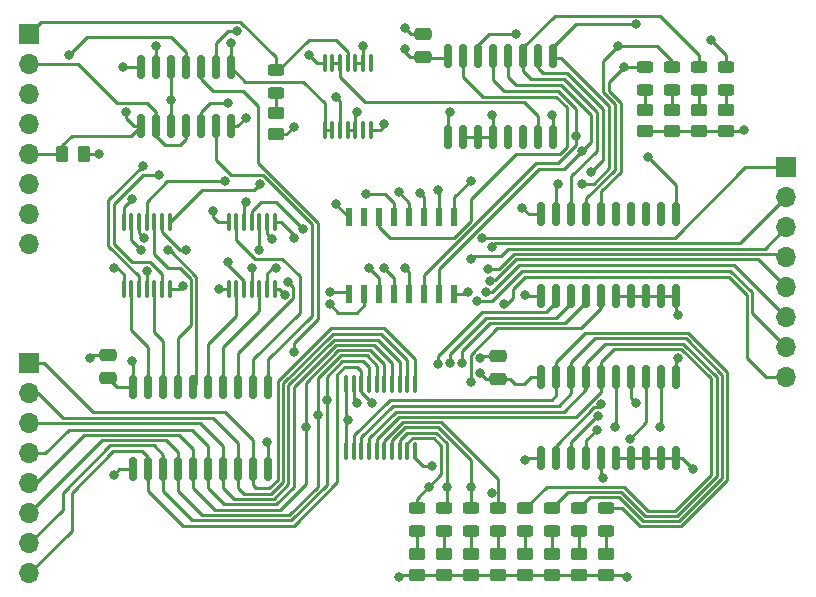
<source format=gbr>
%TF.GenerationSoftware,KiCad,Pcbnew,(6.0.0-0)*%
%TF.CreationDate,2022-10-19T23:32:26-04:00*%
%TF.ProjectId,new-interrupt-handler,6e65772d-696e-4746-9572-727570742d68,rev?*%
%TF.SameCoordinates,Original*%
%TF.FileFunction,Copper,L1,Top*%
%TF.FilePolarity,Positive*%
%FSLAX46Y46*%
G04 Gerber Fmt 4.6, Leading zero omitted, Abs format (unit mm)*
G04 Created by KiCad (PCBNEW (6.0.0-0)) date 2022-10-19 23:32:26*
%MOMM*%
%LPD*%
G01*
G04 APERTURE LIST*
G04 Aperture macros list*
%AMRoundRect*
0 Rectangle with rounded corners*
0 $1 Rounding radius*
0 $2 $3 $4 $5 $6 $7 $8 $9 X,Y pos of 4 corners*
0 Add a 4 corners polygon primitive as box body*
4,1,4,$2,$3,$4,$5,$6,$7,$8,$9,$2,$3,0*
0 Add four circle primitives for the rounded corners*
1,1,$1+$1,$2,$3*
1,1,$1+$1,$4,$5*
1,1,$1+$1,$6,$7*
1,1,$1+$1,$8,$9*
0 Add four rect primitives between the rounded corners*
20,1,$1+$1,$2,$3,$4,$5,0*
20,1,$1+$1,$4,$5,$6,$7,0*
20,1,$1+$1,$6,$7,$8,$9,0*
20,1,$1+$1,$8,$9,$2,$3,0*%
G04 Aperture macros list end*
%TA.AperFunction,SMDPad,CuDef*%
%ADD10RoundRect,0.150000X0.150000X-0.825000X0.150000X0.825000X-0.150000X0.825000X-0.150000X-0.825000X0*%
%TD*%
%TA.AperFunction,SMDPad,CuDef*%
%ADD11RoundRect,0.250000X-0.450000X0.262500X-0.450000X-0.262500X0.450000X-0.262500X0.450000X0.262500X0*%
%TD*%
%TA.AperFunction,SMDPad,CuDef*%
%ADD12RoundRect,0.137500X0.137500X-0.662500X0.137500X0.662500X-0.137500X0.662500X-0.137500X-0.662500X0*%
%TD*%
%TA.AperFunction,SMDPad,CuDef*%
%ADD13RoundRect,0.150000X0.150000X-0.837500X0.150000X0.837500X-0.150000X0.837500X-0.150000X-0.837500X0*%
%TD*%
%TA.AperFunction,SMDPad,CuDef*%
%ADD14RoundRect,0.243750X0.456250X-0.243750X0.456250X0.243750X-0.456250X0.243750X-0.456250X-0.243750X0*%
%TD*%
%TA.AperFunction,SMDPad,CuDef*%
%ADD15RoundRect,0.100000X0.100000X-0.637500X0.100000X0.637500X-0.100000X0.637500X-0.100000X-0.637500X0*%
%TD*%
%TA.AperFunction,SMDPad,CuDef*%
%ADD16RoundRect,0.250000X-0.262500X-0.450000X0.262500X-0.450000X0.262500X0.450000X-0.262500X0.450000X0*%
%TD*%
%TA.AperFunction,SMDPad,CuDef*%
%ADD17RoundRect,0.250000X0.475000X-0.250000X0.475000X0.250000X-0.475000X0.250000X-0.475000X-0.250000X0*%
%TD*%
%TA.AperFunction,ComponentPad*%
%ADD18R,1.700000X1.700000*%
%TD*%
%TA.AperFunction,ComponentPad*%
%ADD19O,1.700000X1.700000*%
%TD*%
%TA.AperFunction,ViaPad*%
%ADD20C,0.800000*%
%TD*%
%TA.AperFunction,Conductor*%
%ADD21C,0.250000*%
%TD*%
G04 APERTURE END LIST*
D10*
%TO.P,U3,1*%
%TO.N,~{EN}*%
X98044000Y-87819000D03*
%TO.P,U3,2*%
%TO.N,~{WRITE}*%
X99314000Y-87819000D03*
%TO.P,U3,3*%
%TO.N,~{EN}*%
X100584000Y-87819000D03*
%TO.P,U3,4*%
%TO.N,~{WRITE}*%
X101854000Y-87819000D03*
%TO.P,U3,5*%
%TO.N,Net-(U2-Pad3)*%
X103124000Y-87819000D03*
%TO.P,U3,6*%
%TO.N,~{WRITE_MASK}*%
X104394000Y-87819000D03*
%TO.P,U3,7,VSS*%
%TO.N,GND*%
X105664000Y-87819000D03*
%TO.P,U3,8*%
%TO.N,REG_SEL*%
X105664000Y-82869000D03*
%TO.P,U3,9*%
%TO.N,~{WRITE_PRIORITY}*%
X104394000Y-82869000D03*
%TO.P,U3,10*%
%TO.N,~{READ_PORT_ADDR}*%
X103124000Y-82869000D03*
%TO.P,U3,11*%
%TO.N,~{READ}*%
X101854000Y-82869000D03*
%TO.P,U3,12*%
%TO.N,~{EN}*%
X100584000Y-82869000D03*
%TO.P,U3,13*%
%TO.N,GND*%
X99314000Y-82869000D03*
%TO.P,U3,14,VDD*%
%TO.N,VCC*%
X98044000Y-82869000D03*
%TD*%
D11*
%TO.P,R2,1*%
%TO.N,Net-(D1-Pad1)*%
X109474000Y-86717500D03*
%TO.P,R2,2*%
%TO.N,GND*%
X109474000Y-88542500D03*
%TD*%
D12*
%TO.P,U9,1,I4*%
%TO.N,/~{EN_IRQ4}*%
X115697000Y-102056000D03*
%TO.P,U9,2,I5*%
%TO.N,/~{EN_IRQ5}*%
X116967000Y-102056000D03*
%TO.P,U9,3,I6*%
%TO.N,/~{EN_IRQ6}*%
X118237000Y-102056000D03*
%TO.P,U9,4,I7*%
%TO.N,/~{EN_IRQ7}*%
X119507000Y-102056000D03*
%TO.P,U9,5,EI*%
%TO.N,GND*%
X120777000Y-102056000D03*
%TO.P,U9,6,S2*%
%TO.N,/AI2*%
X122047000Y-102056000D03*
%TO.P,U9,7,S1*%
%TO.N,/AI1*%
X123317000Y-102056000D03*
%TO.P,U9,8,GND*%
%TO.N,GND*%
X124587000Y-102056000D03*
%TO.P,U9,9,S0*%
%TO.N,/AI0*%
X124587000Y-95556000D03*
%TO.P,U9,10,IO*%
%TO.N,/~{EN_IRQ0}*%
X123317000Y-95556000D03*
%TO.P,U9,11,I1*%
%TO.N,/~{EN_IRQ1}*%
X122047000Y-95556000D03*
%TO.P,U9,12,I2*%
%TO.N,/~{EN_IRQ2}*%
X120777000Y-95556000D03*
%TO.P,U9,13,I3*%
%TO.N,/~{EN_IRQ3}*%
X119507000Y-95556000D03*
%TO.P,U9,14,GS*%
%TO.N,Net-(U10-Pad15)*%
X118237000Y-95556000D03*
%TO.P,U9,15,EO*%
%TO.N,unconnected-(U9-Pad15)*%
X116967000Y-95556000D03*
%TO.P,U9,16,VCC*%
%TO.N,VCC*%
X115697000Y-95556000D03*
%TD*%
D13*
%TO.P,U6,1,OE*%
%TO.N,GND*%
X131953000Y-115984500D03*
%TO.P,U6,2,D0*%
%TO.N,/AI0*%
X133223000Y-115984500D03*
%TO.P,U6,3,D1*%
%TO.N,/AI1*%
X134493000Y-115984500D03*
%TO.P,U6,4,D2*%
%TO.N,/AI2*%
X135763000Y-115984500D03*
%TO.P,U6,5,D3*%
%TO.N,VCC*%
X137033000Y-115984500D03*
%TO.P,U6,6,D4*%
%TO.N,GND*%
X138303000Y-115984500D03*
%TO.P,U6,7,D5*%
X139573000Y-115984500D03*
%TO.P,U6,8,D6*%
X140843000Y-115984500D03*
%TO.P,U6,9,D7*%
X142113000Y-115984500D03*
%TO.P,U6,10,GND*%
X143383000Y-115984500D03*
%TO.P,U6,11,Cp*%
%TO.N,CLOCK*%
X143383000Y-109059500D03*
%TO.P,U6,12,Q7*%
%TO.N,/IP7*%
X142113000Y-109059500D03*
%TO.P,U6,13,Q6*%
%TO.N,/IP6*%
X140843000Y-109059500D03*
%TO.P,U6,14,Q5*%
%TO.N,/IP5*%
X139573000Y-109059500D03*
%TO.P,U6,15,Q4*%
%TO.N,/IP4*%
X138303000Y-109059500D03*
%TO.P,U6,16,Q3*%
%TO.N,/IP3*%
X137033000Y-109059500D03*
%TO.P,U6,17,Q2*%
%TO.N,/IP2*%
X135763000Y-109059500D03*
%TO.P,U6,18,Q1*%
%TO.N,/IP1*%
X134493000Y-109059500D03*
%TO.P,U6,19,Q0*%
%TO.N,/IP0*%
X133223000Y-109059500D03*
%TO.P,U6,20,VCC*%
%TO.N,VCC*%
X131953000Y-109059500D03*
%TD*%
%TO.P,U4,1,OE*%
%TO.N,GND*%
X97417000Y-116872500D03*
%TO.P,U4,2,D0*%
%TO.N,BUS0*%
X98687000Y-116872500D03*
%TO.P,U4,3,D1*%
%TO.N,BUS1*%
X99957000Y-116872500D03*
%TO.P,U4,4,D2*%
%TO.N,BUS2*%
X101227000Y-116872500D03*
%TO.P,U4,5,D3*%
%TO.N,BUS3*%
X102497000Y-116872500D03*
%TO.P,U4,6,D4*%
%TO.N,BUS4*%
X103767000Y-116872500D03*
%TO.P,U4,7,D5*%
%TO.N,BUS5*%
X105037000Y-116872500D03*
%TO.P,U4,8,D6*%
%TO.N,BUS6*%
X106307000Y-116872500D03*
%TO.P,U4,9,D7*%
%TO.N,BUS7*%
X107577000Y-116872500D03*
%TO.P,U4,10,GND*%
%TO.N,GND*%
X108847000Y-116872500D03*
%TO.P,U4,11,Cp*%
%TO.N,~{WRITE_MASK}*%
X108847000Y-109947500D03*
%TO.P,U4,12,Q7*%
%TO.N,/IRQMASK7*%
X107577000Y-109947500D03*
%TO.P,U4,13,Q6*%
%TO.N,/IRQMASK6*%
X106307000Y-109947500D03*
%TO.P,U4,14,Q5*%
%TO.N,/IRQMASK5*%
X105037000Y-109947500D03*
%TO.P,U4,15,Q4*%
%TO.N,/IRQMASK4*%
X103767000Y-109947500D03*
%TO.P,U4,16,Q3*%
%TO.N,/IRQMASK3*%
X102497000Y-109947500D03*
%TO.P,U4,17,Q2*%
%TO.N,/IRQMASK2*%
X101227000Y-109947500D03*
%TO.P,U4,18,Q1*%
%TO.N,/IRQMASK1*%
X99957000Y-109947500D03*
%TO.P,U4,19,Q0*%
%TO.N,/IRQMASK0*%
X98687000Y-109947500D03*
%TO.P,U4,20,VCC*%
%TO.N,VCC*%
X97417000Y-109947500D03*
%TD*%
D14*
%TO.P,D7,1,K*%
%TO.N,Net-(D7-Pad1)*%
X123698000Y-122095500D03*
%TO.P,D7,2,A*%
%TO.N,/IP6*%
X123698000Y-120220500D03*
%TD*%
%TO.P,D1,1,K*%
%TO.N,Net-(D1-Pad1)*%
X109474000Y-85011500D03*
%TO.P,D1,2,A*%
%TO.N,~{IREQ}*%
X109474000Y-83136500D03*
%TD*%
D11*
%TO.P,R4,1*%
%TO.N,Net-(D3-Pad1)*%
X145288000Y-86463500D03*
%TO.P,R4,2*%
%TO.N,GND*%
X145288000Y-88288500D03*
%TD*%
D15*
%TO.P,U8,1*%
%TO.N,~{IRQ4}*%
X105492000Y-101668500D03*
%TO.P,U8,2*%
%TO.N,/IRQMASK4*%
X106142000Y-101668500D03*
%TO.P,U8,3*%
%TO.N,/~{EN_IRQ4}*%
X106792000Y-101668500D03*
%TO.P,U8,4*%
%TO.N,~{IRQ5}*%
X107442000Y-101668500D03*
%TO.P,U8,5*%
%TO.N,/IRQMASK5*%
X108092000Y-101668500D03*
%TO.P,U8,6*%
%TO.N,/~{EN_IRQ5}*%
X108742000Y-101668500D03*
%TO.P,U8,7,GND*%
%TO.N,GND*%
X109392000Y-101668500D03*
%TO.P,U8,8*%
%TO.N,/~{EN_IRQ6}*%
X109392000Y-95943500D03*
%TO.P,U8,9*%
%TO.N,~{IRQ6}*%
X108742000Y-95943500D03*
%TO.P,U8,10*%
%TO.N,/IRQMASK6*%
X108092000Y-95943500D03*
%TO.P,U8,11*%
%TO.N,/~{EN_IRQ7}*%
X107442000Y-95943500D03*
%TO.P,U8,12*%
%TO.N,~{IRQ7}*%
X106792000Y-95943500D03*
%TO.P,U8,13*%
%TO.N,/IRQMASK7*%
X106142000Y-95943500D03*
%TO.P,U8,14,VCC*%
%TO.N,VCC*%
X105492000Y-95943500D03*
%TD*%
D14*
%TO.P,D11,1,K*%
%TO.N,Net-(D11-Pad1)*%
X132842000Y-122095500D03*
%TO.P,D11,2,A*%
%TO.N,/IP2*%
X132842000Y-120220500D03*
%TD*%
%TO.P,D13,1,K*%
%TO.N,Net-(D13-Pad1)*%
X137414000Y-122095500D03*
%TO.P,D13,2,A*%
%TO.N,/IP0*%
X137414000Y-120220500D03*
%TD*%
D16*
%TO.P,R1,1*%
%TO.N,~{EN}*%
X91393000Y-90170000D03*
%TO.P,R1,2*%
%TO.N,VCC*%
X93218000Y-90170000D03*
%TD*%
D11*
%TO.P,R13,1*%
%TO.N,Net-(D12-Pad1)*%
X135128000Y-124055500D03*
%TO.P,R13,2*%
%TO.N,GND*%
X135128000Y-125880500D03*
%TD*%
D17*
%TO.P,C2,1*%
%TO.N,VCC*%
X128270000Y-109220000D03*
%TO.P,C2,2*%
%TO.N,GND*%
X128270000Y-107320000D03*
%TD*%
D11*
%TO.P,R3,1*%
%TO.N,Net-(D2-Pad1)*%
X147574000Y-86463500D03*
%TO.P,R3,2*%
%TO.N,GND*%
X147574000Y-88288500D03*
%TD*%
D14*
%TO.P,D6,1,K*%
%TO.N,Net-(D6-Pad1)*%
X121412000Y-122095500D03*
%TO.P,D6,2,A*%
%TO.N,/IP7*%
X121412000Y-120220500D03*
%TD*%
%TO.P,D10,1,K*%
%TO.N,Net-(D10-Pad1)*%
X130556000Y-122095500D03*
%TO.P,D10,2,A*%
%TO.N,/IP3*%
X130556000Y-120220500D03*
%TD*%
%TO.P,D3,1,K*%
%TO.N,Net-(D3-Pad1)*%
X145288000Y-84757500D03*
%TO.P,D3,2,A*%
%TO.N,/P1*%
X145288000Y-82882500D03*
%TD*%
D15*
%TO.P,U7,1,A->B*%
%TO.N,VCC*%
X115439000Y-115384500D03*
%TO.P,U7,2,A0*%
%TO.N,/IP0*%
X116089000Y-115384500D03*
%TO.P,U7,3,A1*%
%TO.N,/IP1*%
X116739000Y-115384500D03*
%TO.P,U7,4,A2*%
%TO.N,/IP2*%
X117389000Y-115384500D03*
%TO.P,U7,5,A3*%
%TO.N,/IP3*%
X118039000Y-115384500D03*
%TO.P,U7,6,A4*%
%TO.N,/IP4*%
X118689000Y-115384500D03*
%TO.P,U7,7,A5*%
%TO.N,/IP5*%
X119339000Y-115384500D03*
%TO.P,U7,8,A6*%
%TO.N,/IP6*%
X119989000Y-115384500D03*
%TO.P,U7,9,A7*%
%TO.N,/IP7*%
X120639000Y-115384500D03*
%TO.P,U7,10,GND*%
%TO.N,GND*%
X121289000Y-115384500D03*
%TO.P,U7,11,B7*%
%TO.N,BUS7*%
X121289000Y-109659500D03*
%TO.P,U7,12,B6*%
%TO.N,BUS6*%
X120639000Y-109659500D03*
%TO.P,U7,13,B5*%
%TO.N,BUS5*%
X119989000Y-109659500D03*
%TO.P,U7,14,B4*%
%TO.N,BUS4*%
X119339000Y-109659500D03*
%TO.P,U7,15,B3*%
%TO.N,BUS3*%
X118689000Y-109659500D03*
%TO.P,U7,16,B2*%
%TO.N,BUS2*%
X118039000Y-109659500D03*
%TO.P,U7,17,B1*%
%TO.N,BUS1*%
X117389000Y-109659500D03*
%TO.P,U7,18,B0*%
%TO.N,BUS0*%
X116739000Y-109659500D03*
%TO.P,U7,19,CE*%
%TO.N,~{READ_PORT_ADDR}*%
X116089000Y-109659500D03*
%TO.P,U7,20,VCC*%
%TO.N,VCC*%
X115439000Y-109659500D03*
%TD*%
D11*
%TO.P,R11,1*%
%TO.N,Net-(D10-Pad1)*%
X130556000Y-124055500D03*
%TO.P,R11,2*%
%TO.N,GND*%
X130556000Y-125880500D03*
%TD*%
%TO.P,R8,1*%
%TO.N,Net-(D7-Pad1)*%
X123698000Y-124055500D03*
%TO.P,R8,2*%
%TO.N,GND*%
X123698000Y-125880500D03*
%TD*%
%TO.P,R10,1*%
%TO.N,Net-(D9-Pad1)*%
X128270000Y-124055500D03*
%TO.P,R10,2*%
%TO.N,GND*%
X128270000Y-125880500D03*
%TD*%
%TO.P,R7,1*%
%TO.N,Net-(D6-Pad1)*%
X121412000Y-124055500D03*
%TO.P,R7,2*%
%TO.N,GND*%
X121412000Y-125880500D03*
%TD*%
D14*
%TO.P,D5,1,K*%
%TO.N,Net-(D5-Pad1)*%
X140716000Y-84757500D03*
%TO.P,D5,2,A*%
%TO.N,/P3*%
X140716000Y-82882500D03*
%TD*%
D17*
%TO.P,C3,1*%
%TO.N,VCC*%
X121920000Y-81976000D03*
%TO.P,C3,2*%
%TO.N,GND*%
X121920000Y-80076000D03*
%TD*%
D13*
%TO.P,U1,1,OE*%
%TO.N,GND*%
X131965000Y-102258500D03*
%TO.P,U1,2,D0*%
%TO.N,BUS0*%
X133235000Y-102258500D03*
%TO.P,U1,3,D1*%
%TO.N,BUS1*%
X134505000Y-102258500D03*
%TO.P,U1,4,D2*%
%TO.N,BUS2*%
X135775000Y-102258500D03*
%TO.P,U1,5,D3*%
%TO.N,BUS3*%
X137045000Y-102258500D03*
%TO.P,U1,6,D4*%
%TO.N,GND*%
X138315000Y-102258500D03*
%TO.P,U1,7,D5*%
X139585000Y-102258500D03*
%TO.P,U1,8,D6*%
X140855000Y-102258500D03*
%TO.P,U1,9,D7*%
X142125000Y-102258500D03*
%TO.P,U1,10,GND*%
X143395000Y-102258500D03*
%TO.P,U1,11,Cp*%
%TO.N,~{WRITE_PRIORITY}*%
X143395000Y-95333500D03*
%TO.P,U1,12,Q7*%
%TO.N,unconnected-(U1-Pad12)*%
X142125000Y-95333500D03*
%TO.P,U1,13,Q6*%
%TO.N,unconnected-(U1-Pad13)*%
X140855000Y-95333500D03*
%TO.P,U1,14,Q5*%
%TO.N,unconnected-(U1-Pad14)*%
X139585000Y-95333500D03*
%TO.P,U1,15,Q4*%
%TO.N,unconnected-(U1-Pad15)*%
X138315000Y-95333500D03*
%TO.P,U1,16,Q3*%
%TO.N,/P3*%
X137045000Y-95333500D03*
%TO.P,U1,17,Q2*%
%TO.N,/P2*%
X135775000Y-95333500D03*
%TO.P,U1,18,Q1*%
%TO.N,/P1*%
X134505000Y-95333500D03*
%TO.P,U1,19,Q0*%
%TO.N,/P0*%
X133235000Y-95333500D03*
%TO.P,U1,20,VCC*%
%TO.N,VCC*%
X131965000Y-95333500D03*
%TD*%
D17*
%TO.P,C1,1*%
%TO.N,VCC*%
X95250000Y-109154000D03*
%TO.P,C1,2*%
%TO.N,GND*%
X95250000Y-107254000D03*
%TD*%
D14*
%TO.P,D12,1,K*%
%TO.N,Net-(D12-Pad1)*%
X135128000Y-122095500D03*
%TO.P,D12,2,A*%
%TO.N,/IP1*%
X135128000Y-120220500D03*
%TD*%
%TO.P,D4,1,K*%
%TO.N,Net-(D4-Pad1)*%
X143002000Y-84757500D03*
%TO.P,D4,2,A*%
%TO.N,/P2*%
X143002000Y-82882500D03*
%TD*%
D15*
%TO.P,U5,1*%
%TO.N,~{IRQ0}*%
X96602000Y-101668500D03*
%TO.P,U5,2*%
%TO.N,/IRQMASK0*%
X97252000Y-101668500D03*
%TO.P,U5,3*%
%TO.N,/~{EN_IRQ0}*%
X97902000Y-101668500D03*
%TO.P,U5,4*%
%TO.N,~{IRQ1}*%
X98552000Y-101668500D03*
%TO.P,U5,5*%
%TO.N,/IRQMASK1*%
X99202000Y-101668500D03*
%TO.P,U5,6*%
%TO.N,/~{EN_IRQ1}*%
X99852000Y-101668500D03*
%TO.P,U5,7,GND*%
%TO.N,GND*%
X100502000Y-101668500D03*
%TO.P,U5,8*%
%TO.N,/~{EN_IRQ2}*%
X100502000Y-95943500D03*
%TO.P,U5,9*%
%TO.N,~{IRQ2}*%
X99852000Y-95943500D03*
%TO.P,U5,10*%
%TO.N,/IRQMASK2*%
X99202000Y-95943500D03*
%TO.P,U5,11*%
%TO.N,/~{EN_IRQ3}*%
X98552000Y-95943500D03*
%TO.P,U5,12*%
%TO.N,~{IRQ3}*%
X97902000Y-95943500D03*
%TO.P,U5,13*%
%TO.N,/IRQMASK3*%
X97252000Y-95943500D03*
%TO.P,U5,14,VCC*%
%TO.N,VCC*%
X96602000Y-95943500D03*
%TD*%
D11*
%TO.P,R6,1*%
%TO.N,Net-(D5-Pad1)*%
X140716000Y-86463500D03*
%TO.P,R6,2*%
%TO.N,GND*%
X140716000Y-88288500D03*
%TD*%
D14*
%TO.P,D8,1,K*%
%TO.N,Net-(D8-Pad1)*%
X125984000Y-122095500D03*
%TO.P,D8,2,A*%
%TO.N,/IP5*%
X125984000Y-120220500D03*
%TD*%
D11*
%TO.P,R12,1*%
%TO.N,Net-(D11-Pad1)*%
X132842000Y-124055500D03*
%TO.P,R12,2*%
%TO.N,GND*%
X132842000Y-125880500D03*
%TD*%
%TO.P,R5,1*%
%TO.N,Net-(D4-Pad1)*%
X143002000Y-86463500D03*
%TO.P,R5,2*%
%TO.N,GND*%
X143002000Y-88288500D03*
%TD*%
D15*
%TO.P,U2,1*%
%TO.N,REG_SEL*%
X113620000Y-88206500D03*
%TO.P,U2,2*%
X114270000Y-88206500D03*
%TO.P,U2,3*%
%TO.N,Net-(U2-Pad3)*%
X114920000Y-88206500D03*
%TO.P,U2,4*%
%TO.N,GND*%
X115570000Y-88206500D03*
%TO.P,U2,5*%
X116220000Y-88206500D03*
%TO.P,U2,6*%
%TO.N,unconnected-(U2-Pad6)*%
X116870000Y-88206500D03*
%TO.P,U2,7,GND*%
%TO.N,GND*%
X117520000Y-88206500D03*
%TO.P,U2,8*%
%TO.N,unconnected-(U2-Pad8)*%
X117520000Y-82481500D03*
%TO.P,U2,9*%
%TO.N,GND*%
X116870000Y-82481500D03*
%TO.P,U2,10*%
X116220000Y-82481500D03*
%TO.P,U2,11*%
%TO.N,~{IREQ}*%
X115570000Y-82481500D03*
%TO.P,U2,12*%
%TO.N,Net-(U10-Pad7)*%
X114920000Y-82481500D03*
%TO.P,U2,13*%
X114270000Y-82481500D03*
%TO.P,U2,14,VCC*%
%TO.N,VCC*%
X113620000Y-82481500D03*
%TD*%
D11*
%TO.P,R14,1*%
%TO.N,Net-(D13-Pad1)*%
X137414000Y-124055500D03*
%TO.P,R14,2*%
%TO.N,GND*%
X137414000Y-125880500D03*
%TD*%
D14*
%TO.P,D2,1,K*%
%TO.N,Net-(D2-Pad1)*%
X147574000Y-84757500D03*
%TO.P,D2,2,A*%
%TO.N,/P0*%
X147574000Y-82882500D03*
%TD*%
%TO.P,D9,1,K*%
%TO.N,Net-(D9-Pad1)*%
X128270000Y-122095500D03*
%TO.P,D9,2,A*%
%TO.N,/IP4*%
X128270000Y-120220500D03*
%TD*%
D13*
%TO.P,U10,1,B3*%
%TO.N,/P3*%
X124079000Y-88806500D03*
%TO.P,U10,2,Ia<b*%
%TO.N,GND*%
X125349000Y-88806500D03*
%TO.P,U10,3,Ia=b*%
X126619000Y-88806500D03*
%TO.P,U10,4,Ia>b*%
X127889000Y-88806500D03*
%TO.P,U10,5,Oa>b*%
%TO.N,unconnected-(U10-Pad5)*%
X129159000Y-88806500D03*
%TO.P,U10,6,Oa=b*%
%TO.N,unconnected-(U10-Pad6)*%
X130429000Y-88806500D03*
%TO.P,U10,7,Oa<b*%
%TO.N,Net-(U10-Pad7)*%
X131699000Y-88806500D03*
%TO.P,U10,8,GND*%
%TO.N,GND*%
X132969000Y-88806500D03*
%TO.P,U10,9,B0*%
%TO.N,/P0*%
X132969000Y-81881500D03*
%TO.P,U10,10,A0*%
%TO.N,/AI0*%
X131699000Y-81881500D03*
%TO.P,U10,11,B1*%
%TO.N,/P1*%
X130429000Y-81881500D03*
%TO.P,U10,12,A1*%
%TO.N,/AI1*%
X129159000Y-81881500D03*
%TO.P,U10,13,A2*%
%TO.N,/AI2*%
X127889000Y-81881500D03*
%TO.P,U10,14,B2*%
%TO.N,/P2*%
X126619000Y-81881500D03*
%TO.P,U10,15,A3*%
%TO.N,Net-(U10-Pad15)*%
X125349000Y-81881500D03*
%TO.P,U10,16,VCC*%
%TO.N,VCC*%
X124079000Y-81881500D03*
%TD*%
D11*
%TO.P,R9,1*%
%TO.N,Net-(D8-Pad1)*%
X125984000Y-124055500D03*
%TO.P,R9,2*%
%TO.N,GND*%
X125984000Y-125880500D03*
%TD*%
D18*
%TO.P,J3,1,Pin_1*%
%TO.N,~{IRQ7}*%
X152714000Y-91325000D03*
D19*
%TO.P,J3,2,Pin_2*%
%TO.N,~{IRQ6}*%
X152714000Y-93865000D03*
%TO.P,J3,3,Pin_3*%
%TO.N,~{IRQ5}*%
X152714000Y-96405000D03*
%TO.P,J3,4,Pin_4*%
%TO.N,~{IRQ4}*%
X152714000Y-98945000D03*
%TO.P,J3,5,Pin_5*%
%TO.N,~{IRQ3}*%
X152714000Y-101485000D03*
%TO.P,J3,6,Pin_6*%
%TO.N,~{IRQ2}*%
X152714000Y-104025000D03*
%TO.P,J3,7,Pin_7*%
%TO.N,~{IRQ1}*%
X152714000Y-106565000D03*
%TO.P,J3,8,Pin_8*%
%TO.N,~{IRQ0}*%
X152714000Y-109105000D03*
%TD*%
D18*
%TO.P,J1,1,Pin_1*%
%TO.N,~{IREQ}*%
X88636000Y-80010000D03*
D19*
%TO.P,J1,2,Pin_2*%
%TO.N,~{WRITE}*%
X88636000Y-82550000D03*
%TO.P,J1,3,Pin_3*%
%TO.N,~{READ}*%
X88636000Y-85090000D03*
%TO.P,J1,4,Pin_4*%
%TO.N,REG_SEL*%
X88636000Y-87630000D03*
%TO.P,J1,5,Pin_5*%
%TO.N,~{EN}*%
X88636000Y-90170000D03*
%TO.P,J1,6,Pin_6*%
%TO.N,CLOCK*%
X88636000Y-92710000D03*
%TO.P,J1,7,Pin_7*%
%TO.N,GND*%
X88636000Y-95250000D03*
%TO.P,J1,8,Pin_8*%
%TO.N,VCC*%
X88636000Y-97790000D03*
%TD*%
D18*
%TO.P,J2,1,Pin_1*%
%TO.N,BUS7*%
X88636000Y-107885000D03*
D19*
%TO.P,J2,2,Pin_2*%
%TO.N,BUS6*%
X88636000Y-110425000D03*
%TO.P,J2,3,Pin_3*%
%TO.N,BUS5*%
X88636000Y-112965000D03*
%TO.P,J2,4,Pin_4*%
%TO.N,BUS4*%
X88636000Y-115505000D03*
%TO.P,J2,5,Pin_5*%
%TO.N,BUS3*%
X88636000Y-118045000D03*
%TO.P,J2,6,Pin_6*%
%TO.N,BUS2*%
X88636000Y-120585000D03*
%TO.P,J2,7,Pin_7*%
%TO.N,BUS1*%
X88636000Y-123125000D03*
%TO.P,J2,8,Pin_8*%
%TO.N,BUS0*%
X88636000Y-125665000D03*
%TD*%
D20*
%TO.N,~{READ}*%
X91948000Y-81788000D03*
%TO.N,CLOCK*%
X143510000Y-107442000D03*
%TO.N,GND*%
X143528020Y-103802955D03*
X125730000Y-101854000D03*
X116840000Y-81026000D03*
X99314000Y-81026000D03*
X108712000Y-114554000D03*
X119888000Y-125984000D03*
X93726000Y-107442000D03*
X130556000Y-116078000D03*
X110998000Y-87884000D03*
X127762000Y-86868000D03*
X126750299Y-107446299D03*
X122682000Y-116586000D03*
X130556000Y-102108000D03*
X95758000Y-117348000D03*
X118618000Y-87630000D03*
X110236000Y-102108000D03*
X120396000Y-99822000D03*
X120396000Y-79502000D03*
X144780000Y-116840000D03*
X101597851Y-101348149D03*
X139192000Y-125984000D03*
X149098000Y-88138000D03*
X106934000Y-87122000D03*
X116332000Y-86614000D03*
X132842000Y-86868000D03*
%TO.N,VCC*%
X97282000Y-93980000D03*
X104140000Y-94996000D03*
X137164299Y-117606299D03*
X120396000Y-81280000D03*
X126746000Y-108712000D03*
X115570000Y-112738500D03*
X97282000Y-107696000D03*
X130302000Y-94742000D03*
X114558299Y-94483701D03*
X94488000Y-90170000D03*
X96520000Y-82804000D03*
X112268000Y-81788000D03*
%TO.N,/~{EN_IRQ0}*%
X123190000Y-93218000D03*
X98217577Y-91227068D03*
%TO.N,/~{EN_IRQ1}*%
X121666000Y-93472000D03*
X99568000Y-91948000D03*
%TO.N,/~{EN_IRQ2}*%
X119888000Y-93434500D03*
X108114358Y-92756660D03*
%TO.N,/~{EN_IRQ3}*%
X105156000Y-92493500D03*
X117094000Y-93630011D03*
%TO.N,/IRQMASK3*%
X98044000Y-98298000D03*
X100367524Y-98344123D03*
%TO.N,BUS2*%
X113030000Y-112268000D03*
X125259500Y-107869667D03*
%TO.N,BUS1*%
X124260145Y-107886800D03*
X113792000Y-110998000D03*
%TO.N,BUS0*%
X123265720Y-107987413D03*
X117602000Y-111252000D03*
%TO.N,BUS3*%
X125984000Y-109474000D03*
X112014000Y-113284000D03*
%TO.N,~{IRQ7}*%
X106934002Y-94234000D03*
X126930364Y-97319500D03*
%TO.N,~{IRQ6}*%
X109157245Y-97404046D03*
X127762000Y-98044000D03*
%TO.N,~{IRQ5}*%
X125984000Y-99060000D03*
X107442001Y-99822001D03*
%TO.N,~{IRQ4}*%
X104648000Y-101600000D03*
X127490766Y-99934758D03*
%TO.N,~{IRQ3}*%
X98298000Y-97282000D03*
X127623694Y-100925382D03*
%TO.N,~{IRQ2}*%
X101854000Y-98298000D03*
X127254000Y-101854000D03*
%TO.N,~{IRQ1}*%
X126492000Y-102616000D03*
X98552000Y-100076000D03*
%TO.N,~{IRQ0}*%
X95758000Y-99822000D03*
X128778000Y-102870000D03*
%TO.N,/IRQMASK6*%
X110500588Y-101017000D03*
X108077000Y-98372999D03*
%TO.N,/~{EN_IRQ4}*%
X114046000Y-101854000D03*
X105410000Y-99314000D03*
%TO.N,/~{EN_IRQ5}*%
X109474000Y-99822000D03*
X114046000Y-102887457D03*
%TO.N,/~{EN_IRQ6}*%
X110998000Y-97282000D03*
X117348000Y-99822000D03*
%TO.N,/~{EN_IRQ7}*%
X111760000Y-96520000D03*
X118618000Y-99822000D03*
%TO.N,/AI2*%
X134874000Y-88646000D03*
X136652000Y-113538000D03*
%TO.N,/AI1*%
X136774700Y-112390700D03*
X135419429Y-89948725D03*
%TO.N,Net-(U2-Pad3)*%
X114554000Y-85344000D03*
X105410000Y-85852000D03*
%TO.N,/P3*%
X138938000Y-82804000D03*
X124206000Y-86614000D03*
%TO.N,/P2*%
X129794000Y-80010000D03*
X138430000Y-81026000D03*
%TO.N,/P0*%
X133350000Y-92710000D03*
X146304000Y-80518000D03*
X135382000Y-92710000D03*
X139958299Y-79243701D03*
%TO.N,/IP7*%
X141986000Y-113284000D03*
X122428000Y-118364000D03*
%TO.N,/IP6*%
X139446000Y-114300000D03*
X123946637Y-118369363D03*
%TO.N,/IP5*%
X139958299Y-111256299D03*
X125984000Y-118364000D03*
%TO.N,/IP4*%
X138176000Y-113284000D03*
X127757701Y-118876299D03*
%TO.N,/AI0*%
X136144000Y-91694000D03*
X125984000Y-92456000D03*
X137037299Y-111383299D03*
%TO.N,REG_SEL*%
X105664000Y-80772000D03*
%TO.N,~{EN}*%
X100584000Y-85598000D03*
X96774000Y-86614000D03*
%TO.N,~{READ_PORT_ADDR}*%
X116332000Y-111252000D03*
X110998000Y-106934000D03*
%TO.N,~{WRITE_PRIORITY}*%
X140970000Y-90424000D03*
X106172000Y-79756000D03*
%TD*%
D21*
%TO.N,~{IREQ}*%
X109474000Y-82033400D02*
X109474000Y-83136500D01*
X115570000Y-81534000D02*
X114554000Y-80518000D01*
X89614501Y-79031499D02*
X106472099Y-79031499D01*
X114554000Y-80518000D02*
X112268000Y-80518000D01*
X88636000Y-80010000D02*
X89614501Y-79031499D01*
X112268000Y-80518000D02*
X109649500Y-83136500D01*
X115570000Y-82481500D02*
X115570000Y-81534000D01*
X109649500Y-83136500D02*
X109474000Y-83136500D01*
X106472099Y-79031499D02*
X109474000Y-82033400D01*
%TO.N,~{READ}*%
X101854000Y-82869000D02*
X101854000Y-81534000D01*
X100584000Y-80264000D02*
X100076000Y-80264000D01*
X100076000Y-80264000D02*
X93472000Y-80264000D01*
X93472000Y-80264000D02*
X92202000Y-81534000D01*
X101600000Y-81280000D02*
X100584000Y-80264000D01*
X101854000Y-81534000D02*
X101600000Y-81280000D01*
X92202000Y-81534000D02*
X91948000Y-81788000D01*
%TO.N,~{WRITE}*%
X92710000Y-82550000D02*
X96012000Y-85852000D01*
X101854000Y-88900000D02*
X101854000Y-87819000D01*
X96012000Y-85852000D02*
X98552000Y-85852000D01*
X88636000Y-82550000D02*
X92710000Y-82550000D01*
X101346000Y-89408000D02*
X101854000Y-88900000D01*
X100076000Y-89408000D02*
X101346000Y-89408000D01*
X99314000Y-87819000D02*
X99314000Y-88646000D01*
X98552000Y-85852000D02*
X99314000Y-86614000D01*
X99314000Y-86614000D02*
X99314000Y-87819000D01*
X99314000Y-88646000D02*
X100076000Y-89408000D01*
%TO.N,CLOCK*%
X143383000Y-109059500D02*
X143383000Y-107569000D01*
X143383000Y-107569000D02*
X143510000Y-107442000D01*
%TO.N,GND*%
X143924500Y-115984500D02*
X144780000Y-116840000D01*
X131965000Y-102258500D02*
X130706500Y-102258500D01*
X130649500Y-115984500D02*
X130556000Y-116078000D01*
X131953000Y-115984500D02*
X130649500Y-115984500D01*
X109392000Y-101668500D02*
X109796500Y-101668500D01*
X110339500Y-88542500D02*
X110998000Y-87884000D01*
X137414000Y-125880500D02*
X139088500Y-125880500D01*
X116220000Y-88206500D02*
X115570000Y-88206500D01*
X116220000Y-88206500D02*
X116220000Y-86726000D01*
X127889000Y-86995000D02*
X127762000Y-86868000D01*
X126876598Y-107320000D02*
X126750299Y-107446299D01*
X148947500Y-88288500D02*
X149098000Y-88138000D01*
X109474000Y-88542500D02*
X110339500Y-88542500D01*
X96233500Y-116872500D02*
X95758000Y-117348000D01*
X121412000Y-125880500D02*
X137414000Y-125880500D01*
X138315000Y-102258500D02*
X143395000Y-102258500D01*
X124587000Y-102056000D02*
X125528000Y-102056000D01*
X97417000Y-116872500D02*
X96233500Y-116872500D01*
X132969000Y-86995000D02*
X132842000Y-86868000D01*
X95250000Y-107254000D02*
X93914000Y-107254000D01*
X100502000Y-101668500D02*
X101277500Y-101668500D01*
X140716000Y-88288500D02*
X147574000Y-88288500D01*
X139088500Y-125880500D02*
X139192000Y-125984000D01*
X125528000Y-102056000D02*
X125730000Y-101854000D01*
X143395000Y-102258500D02*
X143395000Y-103669935D01*
X120970000Y-80076000D02*
X120396000Y-79502000D01*
X127889000Y-88594000D02*
X127889000Y-86995000D01*
X120777000Y-100203000D02*
X120396000Y-99822000D01*
X130706500Y-102258500D02*
X130556000Y-102108000D01*
X116220000Y-86726000D02*
X116332000Y-86614000D01*
X121920000Y-116586000D02*
X122682000Y-116586000D01*
X101277500Y-101668500D02*
X101597851Y-101348149D01*
X147574000Y-88288500D02*
X148947500Y-88288500D01*
X121412000Y-125880500D02*
X119991500Y-125880500D01*
X117520000Y-88206500D02*
X118295500Y-88206500D01*
X121289000Y-115955000D02*
X121920000Y-116586000D01*
X105664000Y-87819000D02*
X106237000Y-87819000D01*
X106237000Y-87819000D02*
X106934000Y-87122000D01*
X143395000Y-103669935D02*
X143528020Y-103802955D01*
X125349000Y-88806500D02*
X127889000Y-88806500D01*
X93914000Y-107254000D02*
X93726000Y-107442000D01*
X99314000Y-82869000D02*
X99314000Y-81026000D01*
X116870000Y-82481500D02*
X116870000Y-81056000D01*
X132969000Y-88594000D02*
X132969000Y-86995000D01*
X116870000Y-81056000D02*
X116840000Y-81026000D01*
X121920000Y-80076000D02*
X120970000Y-80076000D01*
X109796500Y-101668500D02*
X110236000Y-102108000D01*
X116220000Y-82481500D02*
X116870000Y-82481500D01*
X120777000Y-102056000D02*
X120777000Y-100203000D01*
X118618000Y-87884000D02*
X118618000Y-87630000D01*
X143383000Y-115984500D02*
X143924500Y-115984500D01*
X108847000Y-116872500D02*
X108847000Y-114689000D01*
X138303000Y-115984500D02*
X143383000Y-115984500D01*
X119991500Y-125880500D02*
X119888000Y-125984000D01*
X118295500Y-88206500D02*
X118618000Y-87884000D01*
X108847000Y-114689000D02*
X108712000Y-114554000D01*
X128270000Y-107320000D02*
X126876598Y-107320000D01*
X121289000Y-115384500D02*
X121289000Y-115955000D01*
%TO.N,VCC*%
X131965000Y-95333500D02*
X130893500Y-95333500D01*
X121920000Y-81976000D02*
X120838000Y-81976000D01*
X131129000Y-109059500D02*
X130545000Y-109643500D01*
X115570000Y-112738500D02*
X115439000Y-112869500D01*
X93218000Y-90170000D02*
X94488000Y-90170000D01*
X128270000Y-109220000D02*
X129286000Y-109220000D01*
X127254000Y-109220000D02*
X126746000Y-108712000D01*
X128270000Y-109220000D02*
X127254000Y-109220000D01*
X113620000Y-82481500D02*
X112961500Y-82481500D01*
X97417000Y-107831000D02*
X97282000Y-107696000D01*
X115439000Y-112607500D02*
X115570000Y-112738500D01*
X97417000Y-109947500D02*
X97417000Y-107831000D01*
X124079000Y-82094000D02*
X122038000Y-82094000D01*
X115630598Y-95556000D02*
X114558299Y-94483701D01*
X115439000Y-112869500D02*
X115439000Y-115384500D01*
X137033000Y-115984500D02*
X137033000Y-117475000D01*
X115439000Y-109659500D02*
X115439000Y-112607500D01*
X97417000Y-109947500D02*
X96043500Y-109947500D01*
X98044000Y-82869000D02*
X96585000Y-82869000D01*
X130893500Y-95333500D02*
X130302000Y-94742000D01*
X104579500Y-95943500D02*
X104140000Y-95504000D01*
X129286000Y-109220000D02*
X129709500Y-109643500D01*
X96602000Y-95943500D02*
X96602000Y-94660000D01*
X105492000Y-95943500D02*
X104579500Y-95943500D01*
X96602000Y-94660000D02*
X97028000Y-94234000D01*
X97028000Y-94234000D02*
X97282000Y-93980000D01*
X129709500Y-109643500D02*
X130545000Y-109643500D01*
X112961500Y-82481500D02*
X112268000Y-81788000D01*
X137033000Y-117475000D02*
X137164299Y-117606299D01*
X96585000Y-82869000D02*
X96520000Y-82804000D01*
X115697000Y-95556000D02*
X115630598Y-95556000D01*
X120396000Y-81534000D02*
X120396000Y-81280000D01*
X120838000Y-81976000D02*
X120396000Y-81534000D01*
X96043500Y-109947500D02*
X95250000Y-109154000D01*
X122038000Y-82094000D02*
X121920000Y-81976000D01*
X104140000Y-95504000D02*
X104140000Y-94996000D01*
X131953000Y-109059500D02*
X131129000Y-109059500D01*
%TO.N,/IRQMASK0*%
X98687000Y-109947500D02*
X98687000Y-106561000D01*
X98687000Y-106561000D02*
X97252000Y-105126000D01*
X97252000Y-105126000D02*
X97252000Y-101668500D01*
%TO.N,/~{EN_IRQ0}*%
X123317000Y-93345000D02*
X123190000Y-93218000D01*
X97902000Y-100569704D02*
X95308489Y-97976193D01*
X123317000Y-95556000D02*
X123317000Y-93345000D01*
X95308489Y-94136156D02*
X98217577Y-91227068D01*
X95308489Y-97976193D02*
X95308489Y-94136156D01*
X97902000Y-101668500D02*
X97902000Y-100569704D01*
%TO.N,/IRQMASK1*%
X99957000Y-109947500D02*
X99957000Y-106053000D01*
X99202000Y-105298000D02*
X99202000Y-101668500D01*
X99957000Y-106053000D02*
X99202000Y-105298000D01*
%TO.N,/~{EN_IRQ1}*%
X122047000Y-93853000D02*
X121666000Y-93472000D01*
X99852000Y-100351400D02*
X98814600Y-99314000D01*
X99852000Y-101668500D02*
X99852000Y-100351400D01*
X122047000Y-95556000D02*
X122047000Y-93853000D01*
X95758000Y-94479400D02*
X98289400Y-91948000D01*
X97282000Y-99314000D02*
X95758000Y-97790000D01*
X98289400Y-91948000D02*
X99568000Y-91948000D01*
X98814600Y-99314000D02*
X97282000Y-99314000D01*
X95758000Y-97790000D02*
X95758000Y-94479400D01*
%TO.N,/~{EN_IRQ2}*%
X120777000Y-94323500D02*
X119888000Y-93434500D01*
X107653018Y-93218000D02*
X108114358Y-92756660D01*
X100502000Y-95943500D02*
X103227500Y-93218000D01*
X103227500Y-93218000D02*
X107653018Y-93218000D01*
X120777000Y-95556000D02*
X120777000Y-94323500D01*
%TO.N,/IRQMASK2*%
X102324501Y-104685499D02*
X102324501Y-100800501D01*
X100330000Y-99822000D02*
X99202000Y-98694000D01*
X102324501Y-100800501D02*
X101346000Y-99822000D01*
X101227000Y-105783000D02*
X102324501Y-104685499D01*
X101346000Y-99822000D02*
X100330000Y-99822000D01*
X99202000Y-98694000D02*
X99202000Y-95943500D01*
X101227000Y-109947500D02*
X101227000Y-105783000D01*
%TO.N,/~{EN_IRQ3}*%
X119507000Y-94361000D02*
X118776011Y-93630011D01*
X119507000Y-95556000D02*
X119507000Y-94361000D01*
X98552000Y-95943500D02*
X98552000Y-94234000D01*
X100292500Y-92493500D02*
X105156000Y-92493500D01*
X98552000Y-94234000D02*
X100292500Y-92493500D01*
X118776011Y-93630011D02*
X117094000Y-93630011D01*
%TO.N,/IRQMASK3*%
X102774011Y-109670489D02*
X102774011Y-100614307D01*
X102497000Y-109947500D02*
X102774011Y-109670489D01*
X100503827Y-98344123D02*
X100367524Y-98344123D01*
X97252000Y-95943500D02*
X97252000Y-97506000D01*
X102774011Y-100614307D02*
X100503827Y-98344123D01*
X97252000Y-97506000D02*
X98044000Y-98298000D01*
%TO.N,/IRQMASK7*%
X106142000Y-95943500D02*
X106142000Y-97497400D01*
X107577000Y-107561000D02*
X107577000Y-109947500D01*
X110028099Y-99097499D02*
X111506000Y-100575400D01*
X107742099Y-99097499D02*
X110028099Y-99097499D01*
X111506000Y-103632000D02*
X107577000Y-107561000D01*
X111506000Y-100575400D02*
X111506000Y-103632000D01*
X106142000Y-97497400D02*
X107742099Y-99097499D01*
%TO.N,BUS2*%
X118039000Y-108133000D02*
X118039000Y-109659500D01*
X101227000Y-116872500D02*
X101227000Y-118753000D01*
X125259500Y-106896500D02*
X125259500Y-107869667D01*
X103240978Y-120766978D02*
X110627023Y-120766977D01*
X101227000Y-115451000D02*
X101227000Y-116872500D01*
X117172533Y-107266533D02*
X118039000Y-108133000D01*
X135775000Y-102729592D02*
X133993613Y-104510979D01*
X101227000Y-118753000D02*
X103240978Y-120766978D01*
X135775000Y-102258500D02*
X135775000Y-102729592D01*
X133993613Y-104510979D02*
X127645021Y-104510979D01*
X113030000Y-109218592D02*
X114982059Y-107266533D01*
X127645021Y-104510979D02*
X125259500Y-106896500D01*
X110627023Y-120766977D02*
X113030000Y-118364000D01*
X114982059Y-107266533D02*
X117172533Y-107266533D01*
X113030000Y-118364000D02*
X113030000Y-109218592D01*
X88636000Y-120585000D02*
X94783978Y-114437022D01*
X100213022Y-114437022D02*
X101227000Y-115451000D01*
X94783978Y-114437022D02*
X100213022Y-114437022D01*
%TO.N,BUS1*%
X116898490Y-107754490D02*
X115129806Y-107754490D01*
X127331123Y-104061469D02*
X124260145Y-107132447D01*
X88636000Y-123125000D02*
X91440000Y-120321000D01*
X91440000Y-118872000D02*
X95425469Y-114886531D01*
X99957000Y-118753000D02*
X99957000Y-116872500D01*
X113792000Y-118237891D02*
X110813402Y-121216489D01*
X117389000Y-109659500D02*
X117389000Y-108245000D01*
X124260145Y-107132447D02*
X124260145Y-107886800D01*
X134505000Y-102258500D02*
X134505000Y-102792740D01*
X113792000Y-109092296D02*
X113792000Y-118237891D01*
X99957000Y-115705000D02*
X99957000Y-116872500D01*
X102420489Y-121216489D02*
X99957000Y-118753000D01*
X110813402Y-121216489D02*
X102420489Y-121216489D01*
X95425469Y-114886531D02*
X99138531Y-114886531D01*
X91440000Y-120321000D02*
X91440000Y-118872000D01*
X117389000Y-108245000D02*
X116898490Y-107754490D01*
X133236271Y-104061469D02*
X127331123Y-104061469D01*
X99138531Y-114886531D02*
X99957000Y-115705000D01*
X115129806Y-107754490D02*
X113792000Y-109092296D01*
X134505000Y-102792740D02*
X133236271Y-104061469D01*
%TO.N,BUS0*%
X114711063Y-117954719D02*
X114711063Y-108808937D01*
X116739000Y-109659500D02*
X116739000Y-110389000D01*
X101600000Y-121666000D02*
X110999782Y-121666000D01*
X98687000Y-118753000D02*
X101600000Y-121666000D01*
X110999782Y-121666000D02*
X114711063Y-117954719D01*
X132352633Y-103611959D02*
X126955486Y-103611959D01*
X95737959Y-115336041D02*
X98173409Y-115336041D01*
X116739000Y-108611000D02*
X116739000Y-109659500D01*
X98687000Y-115849632D02*
X98687000Y-116872500D01*
X126955486Y-103611959D02*
X123265720Y-107301725D01*
X98173409Y-115336041D02*
X98687000Y-115849632D01*
X92202000Y-118872000D02*
X95737959Y-115336041D01*
X116739000Y-110389000D02*
X117602000Y-111252000D01*
X92202000Y-122099000D02*
X92202000Y-118872000D01*
X133235000Y-102729592D02*
X132352633Y-103611959D01*
X116332000Y-108204000D02*
X116739000Y-108611000D01*
X88636000Y-125665000D02*
X92202000Y-122099000D01*
X114711063Y-108808937D02*
X115316000Y-108204000D01*
X98687000Y-116872500D02*
X98687000Y-118753000D01*
X115316000Y-108204000D02*
X116332000Y-108204000D01*
X133235000Y-102258500D02*
X133235000Y-102729592D01*
X123265720Y-107301725D02*
X123265720Y-107987413D01*
%TO.N,BUS7*%
X118618000Y-104902000D02*
X114168068Y-104902000D01*
X109649467Y-117805421D02*
X108935465Y-118519423D01*
X121289000Y-107573000D02*
X118618000Y-104902000D01*
X88636000Y-107885000D02*
X89851000Y-107885000D01*
X89851000Y-107885000D02*
X93980000Y-112014000D01*
X114168068Y-104902000D02*
X109649467Y-109420601D01*
X93980000Y-112014000D02*
X105156000Y-112014000D01*
X107577000Y-114435000D02*
X107577000Y-116872500D01*
X108935465Y-118519423D02*
X107851423Y-118519423D01*
X107851423Y-118519423D02*
X107577000Y-118245000D01*
X105156000Y-112014000D02*
X107577000Y-114435000D01*
X121289000Y-109659500D02*
X121289000Y-107573000D01*
X107577000Y-118245000D02*
X107577000Y-116872500D01*
X109649467Y-109420601D02*
X109649467Y-117805421D01*
%TO.N,BUS6*%
X120639000Y-107685000D02*
X120639000Y-109659500D01*
X110098978Y-117991614D02*
X110098979Y-109606797D01*
X88636000Y-110425000D02*
X89343000Y-110425000D01*
X89343000Y-110425000D02*
X91440000Y-112522000D01*
X109121658Y-118968934D02*
X110098978Y-117991614D01*
X106307000Y-118499000D02*
X106776934Y-118968934D01*
X106307000Y-116872500D02*
X106307000Y-118499000D01*
X114295776Y-105410000D02*
X118364000Y-105410000D01*
X106307000Y-114689000D02*
X106307000Y-116872500D01*
X110098979Y-109606797D02*
X114295776Y-105410000D01*
X106776934Y-118968934D02*
X109121658Y-118968934D01*
X91440000Y-112522000D02*
X104140000Y-112522000D01*
X118364000Y-105410000D02*
X120639000Y-107685000D01*
X104140000Y-112522000D02*
X106307000Y-114689000D01*
%TO.N,BUS5*%
X114423480Y-105918000D02*
X110548489Y-109792991D01*
X110548489Y-109792991D02*
X110548489Y-118177807D01*
X110548489Y-118177807D02*
X109307851Y-119418445D01*
X105037000Y-116872500D02*
X105037000Y-114943000D01*
X103065510Y-112971510D02*
X88642510Y-112971510D01*
X119989000Y-107797000D02*
X118110000Y-105918000D01*
X109307851Y-119418445D02*
X105956445Y-119418445D01*
X88642510Y-112971510D02*
X88636000Y-112965000D01*
X105037000Y-118499000D02*
X105037000Y-116872500D01*
X119989000Y-109659500D02*
X119989000Y-107797000D01*
X118110000Y-105918000D02*
X114423480Y-105918000D01*
X105956445Y-119418445D02*
X105037000Y-118499000D01*
X105037000Y-114943000D02*
X103065510Y-112971510D01*
%TO.N,BUS4*%
X110998000Y-109979184D02*
X114609673Y-106367511D01*
X109494044Y-119867956D02*
X110998000Y-118364000D01*
X102362000Y-113538000D02*
X103767000Y-114943000D01*
X114609673Y-106367511D02*
X117797511Y-106367511D01*
X103767000Y-116872500D02*
X103767000Y-118499000D01*
X119339000Y-107909000D02*
X119339000Y-109659500D01*
X91948000Y-113538000D02*
X102362000Y-113538000D01*
X103767000Y-114943000D02*
X103767000Y-116872500D01*
X110998000Y-118364000D02*
X110998000Y-109979184D01*
X89981000Y-115505000D02*
X91948000Y-113538000D01*
X88636000Y-115505000D02*
X89981000Y-115505000D01*
X105135956Y-119867956D02*
X109494044Y-119867956D01*
X103767000Y-118499000D02*
X105135956Y-119867956D01*
X117797511Y-106367511D02*
X119339000Y-107909000D01*
%TO.N,BUS3*%
X117485022Y-106817022D02*
X114795866Y-106817022D01*
X88636000Y-118045000D02*
X89219000Y-118045000D01*
X135322102Y-104960490D02*
X137045000Y-103237592D01*
X101287511Y-113987511D02*
X102497000Y-115197000D01*
X125984000Y-109474000D02*
X125984000Y-107188000D01*
X137045000Y-103237592D02*
X137045000Y-102258500D01*
X112014000Y-109598888D02*
X112014000Y-118110000D01*
X102497000Y-118499000D02*
X102497000Y-116872500D01*
X128211510Y-104960490D02*
X135322102Y-104960490D01*
X102497000Y-115197000D02*
X102497000Y-116872500D01*
X118689000Y-109659500D02*
X118689000Y-108021000D01*
X125984000Y-107188000D02*
X128211510Y-104960490D01*
X89219000Y-118045000D02*
X93276489Y-113987511D01*
X93276489Y-113987511D02*
X101287511Y-113987511D01*
X112014000Y-118110000D02*
X109806533Y-120317467D01*
X109806533Y-120317467D02*
X104315467Y-120317467D01*
X114795866Y-106817022D02*
X112014000Y-109598888D01*
X104315467Y-120317467D02*
X102497000Y-118499000D01*
X118689000Y-108021000D02*
X117485022Y-106817022D01*
%TO.N,~{IRQ7}*%
X149213000Y-91325000D02*
X143256000Y-97282000D01*
X126967864Y-97282000D02*
X126930364Y-97319500D01*
X143256000Y-97282000D02*
X126967864Y-97282000D01*
X152714000Y-91325000D02*
X149213000Y-91325000D01*
X106792000Y-94376002D02*
X106934002Y-94234000D01*
X106792000Y-95943500D02*
X106792000Y-94376002D01*
%TO.N,~{IRQ6}*%
X148809043Y-97769957D02*
X128036043Y-97769957D01*
X152714000Y-93865000D02*
X148809043Y-97769957D01*
X128036043Y-97769957D02*
X127762000Y-98044000D01*
X108742000Y-96988801D02*
X109157245Y-97404046D01*
X108742000Y-95943500D02*
X108742000Y-96988801D01*
%TO.N,~{IRQ5}*%
X152714000Y-96405000D02*
X150899532Y-98219468D01*
X128524000Y-98806000D02*
X126238000Y-98806000D01*
X150899532Y-98219468D02*
X129110532Y-98219468D01*
X129110532Y-98219468D02*
X128524000Y-98806000D01*
X126238000Y-98806000D02*
X125984000Y-99060000D01*
X107442000Y-101668500D02*
X107442001Y-99822001D01*
%TO.N,~{IRQ4}*%
X129675612Y-98668980D02*
X128409834Y-99934758D01*
X105423500Y-101600000D02*
X105492000Y-101668500D01*
X152714000Y-98945000D02*
X152437979Y-98668979D01*
X104648000Y-101600000D02*
X105423500Y-101600000D01*
X128409834Y-99934758D02*
X127490766Y-99934758D01*
X152437979Y-98668979D02*
X129675612Y-98668980D01*
%TO.N,~{IRQ3}*%
X98298000Y-97282000D02*
X97902000Y-96886000D01*
X128074489Y-100905807D02*
X127643269Y-100905807D01*
X129861806Y-99118490D02*
X128074489Y-100905807D01*
X152714000Y-101485000D02*
X150347489Y-99118489D01*
X97902000Y-96886000D02*
X97902000Y-95943500D01*
X127643269Y-100905807D02*
X127623694Y-100925382D01*
X150347489Y-99118489D02*
X129861806Y-99118490D01*
%TO.N,~{IRQ2}*%
X152714000Y-104025000D02*
X148257000Y-99568000D01*
X99852000Y-96804000D02*
X99852000Y-95943500D01*
X148257000Y-99568000D02*
X130048000Y-99568000D01*
X127762000Y-101854000D02*
X127254000Y-101854000D01*
X130048000Y-99568000D02*
X127762000Y-101854000D01*
X101854000Y-98298000D02*
X101346000Y-98298000D01*
X101346000Y-98298000D02*
X99852000Y-96804000D01*
%TO.N,~{IRQ1}*%
X149801510Y-103652510D02*
X149801510Y-101921806D01*
X147955704Y-100076000D02*
X130302000Y-100076000D01*
X127762000Y-102616000D02*
X126492000Y-102616000D01*
X152714000Y-106565000D02*
X149801510Y-103652510D01*
X98552000Y-101668500D02*
X98552000Y-100076000D01*
X130302000Y-100076000D02*
X127762000Y-102616000D01*
X149801510Y-101921806D02*
X147955704Y-100076000D01*
%TO.N,~{IRQ0}*%
X144526000Y-100584000D02*
X130556000Y-100584000D01*
X149606000Y-107696000D02*
X149352000Y-107442000D01*
X130556000Y-100584000D02*
X130048000Y-101092000D01*
X152714000Y-109105000D02*
X151015000Y-109105000D01*
X149352000Y-104648000D02*
X149352000Y-102108000D01*
X95758000Y-99822000D02*
X96012000Y-99822000D01*
X96012000Y-99822000D02*
X96602000Y-100412000D01*
X149352000Y-102108000D02*
X148082000Y-100838000D01*
X96602000Y-100412000D02*
X96602000Y-101668500D01*
X149352000Y-107442000D02*
X149352000Y-104648000D01*
X129540000Y-101600000D02*
X129540000Y-102362000D01*
X147828000Y-100584000D02*
X144526000Y-100584000D01*
X129032000Y-102870000D02*
X128778000Y-102870000D01*
X129540000Y-102362000D02*
X129032000Y-102870000D01*
X130048000Y-101092000D02*
X129540000Y-101600000D01*
X151015000Y-109105000D02*
X149606000Y-107696000D01*
X148082000Y-100838000D02*
X147828000Y-100584000D01*
%TO.N,/IRQMASK6*%
X108092000Y-95943500D02*
X108092000Y-98357999D01*
X110960501Y-102408099D02*
X110960501Y-101476913D01*
X106307000Y-109947500D02*
X106307000Y-107061600D01*
X110960501Y-101476913D02*
X110500588Y-101017000D01*
X108092000Y-98357999D02*
X108077000Y-98372999D01*
X106307000Y-107061600D02*
X110960501Y-102408099D01*
%TO.N,/IRQMASK5*%
X105037000Y-109947500D02*
X105037000Y-106545000D01*
X105037000Y-106545000D02*
X108092000Y-103490000D01*
X108092000Y-103490000D02*
X108092000Y-101668500D01*
%TO.N,/IRQMASK4*%
X103767000Y-106291000D02*
X106142000Y-103916000D01*
X103767000Y-109947500D02*
X103767000Y-106291000D01*
X106142000Y-103916000D02*
X106142000Y-101668500D01*
%TO.N,/~{EN_IRQ4}*%
X115495000Y-101854000D02*
X115697000Y-102056000D01*
X105410000Y-99576600D02*
X105410000Y-99314000D01*
X106792000Y-101668500D02*
X106792000Y-100958600D01*
X106792000Y-100958600D02*
X105410000Y-99576600D01*
X114046000Y-101854000D02*
X115495000Y-101854000D01*
%TO.N,/~{EN_IRQ5}*%
X108742000Y-100300000D02*
X109220000Y-99822000D01*
X116332000Y-103632000D02*
X114790543Y-103632000D01*
X108742000Y-101668500D02*
X108742000Y-100300000D01*
X109220000Y-99822000D02*
X109474000Y-99822000D01*
X116967000Y-102056000D02*
X116967000Y-102997000D01*
X116967000Y-102997000D02*
X116332000Y-103632000D01*
X114790543Y-103632000D02*
X114046000Y-102887457D01*
%TO.N,/~{EN_IRQ6}*%
X109392000Y-95943500D02*
X109913500Y-95943500D01*
X109913500Y-95943500D02*
X110744000Y-96774000D01*
X110744000Y-96774000D02*
X110998000Y-97028000D01*
X118237000Y-100711000D02*
X117348000Y-99822000D01*
X110998000Y-97028000D02*
X110998000Y-97282000D01*
X118237000Y-102056000D02*
X118237000Y-100711000D01*
%TO.N,/~{EN_IRQ7}*%
X118618000Y-99822000D02*
X119507000Y-100711000D01*
X108204000Y-94234000D02*
X109474000Y-94234000D01*
X119507000Y-100711000D02*
X119507000Y-102056000D01*
X107442000Y-95943500D02*
X107442000Y-94996000D01*
X107442000Y-94996000D02*
X108204000Y-94234000D01*
X109474000Y-94234000D02*
X111760000Y-96520000D01*
%TO.N,/AI2*%
X122047000Y-100457000D02*
X122047000Y-102056000D01*
X134874000Y-89471852D02*
X133355362Y-90990490D01*
X128778000Y-84836000D02*
X133350000Y-84836000D01*
X135763000Y-114427000D02*
X136652000Y-113538000D01*
X131513510Y-90990490D02*
X122047000Y-100457000D01*
X134874000Y-86360000D02*
X134874000Y-89471852D01*
X133350000Y-84836000D02*
X134874000Y-86360000D01*
X127889000Y-82094000D02*
X127889000Y-83947000D01*
X133355362Y-90990490D02*
X131513510Y-90990490D01*
X127889000Y-83947000D02*
X128778000Y-84836000D01*
X135763000Y-115984500D02*
X135763000Y-114427000D01*
%TO.N,/AI1*%
X136665602Y-112390700D02*
X136774700Y-112390700D01*
X129794000Y-84328000D02*
X133604000Y-84328000D01*
X131785264Y-91440000D02*
X133928154Y-91440000D01*
X129159000Y-83693000D02*
X129794000Y-84328000D01*
X123317000Y-102056000D02*
X123317000Y-99908264D01*
X123317000Y-99908264D02*
X131785264Y-91440000D01*
X133928154Y-91440000D02*
X135419429Y-89948725D01*
X134493000Y-115984500D02*
X134493000Y-114563302D01*
X134493000Y-114563302D02*
X136665602Y-112390700D01*
X136144000Y-89224154D02*
X135419429Y-89948725D01*
X133604000Y-84328000D02*
X136144000Y-86868000D01*
X129159000Y-82094000D02*
X129159000Y-83693000D01*
X136144000Y-86868000D02*
X136144000Y-89224154D01*
%TO.N,Net-(U2-Pad3)*%
X103124000Y-86614000D02*
X103886000Y-85852000D01*
X114920000Y-88206500D02*
X114920000Y-85710000D01*
X114920000Y-85710000D02*
X114554000Y-85344000D01*
X103886000Y-85852000D02*
X105410000Y-85852000D01*
X103124000Y-87819000D02*
X103124000Y-86614000D01*
%TO.N,/P3*%
X137668000Y-84074000D02*
X137668000Y-84836000D01*
X137045000Y-93333000D02*
X137045000Y-95333500D01*
X138684000Y-85852000D02*
X138684000Y-91694000D01*
X139192000Y-82804000D02*
X138938000Y-82804000D01*
X140637500Y-82804000D02*
X139192000Y-82804000D01*
X137668000Y-84836000D02*
X138684000Y-85852000D01*
X140716000Y-82882500D02*
X140637500Y-82804000D01*
X124079000Y-88594000D02*
X124079000Y-86741000D01*
X124079000Y-86741000D02*
X124206000Y-86614000D01*
X138684000Y-91694000D02*
X137045000Y-93333000D01*
X138938000Y-82804000D02*
X137668000Y-84074000D01*
%TO.N,/P2*%
X126619000Y-80899000D02*
X126746000Y-80772000D01*
X137160000Y-84963704D02*
X137160000Y-82296000D01*
X141732000Y-81026000D02*
X138430000Y-81026000D01*
X129540000Y-80010000D02*
X129794000Y-80010000D01*
X138176000Y-91566296D02*
X138176000Y-85979704D01*
X126746000Y-80772000D02*
X127508000Y-80010000D01*
X143002000Y-82296000D02*
X141732000Y-81026000D01*
X126619000Y-82094000D02*
X126619000Y-80899000D01*
X135775000Y-95333500D02*
X135775000Y-93967296D01*
X138176000Y-85979704D02*
X137160000Y-84963704D01*
X127508000Y-80010000D02*
X129540000Y-80010000D01*
X135775000Y-93967296D02*
X138176000Y-91566296D01*
X143002000Y-82882500D02*
X143002000Y-82296000D01*
X137160000Y-82296000D02*
X138430000Y-81026000D01*
%TO.N,/P1*%
X130429000Y-83185000D02*
X131064000Y-83820000D01*
X134505000Y-92063000D02*
X134505000Y-95333500D01*
X136652000Y-86614000D02*
X136652000Y-89916000D01*
X130429000Y-81153000D02*
X133096000Y-78486000D01*
X133096000Y-78486000D02*
X141986000Y-78486000D01*
X145288000Y-81788000D02*
X145288000Y-82882500D01*
X130429000Y-82094000D02*
X130429000Y-83185000D01*
X133858000Y-83820000D02*
X136652000Y-86614000D01*
X141986000Y-78486000D02*
X145288000Y-81788000D01*
X130429000Y-82094000D02*
X130429000Y-81153000D01*
X131064000Y-83820000D02*
X133858000Y-83820000D01*
X136652000Y-89916000D02*
X134505000Y-92063000D01*
%TO.N,/P0*%
X132969000Y-82094000D02*
X133654592Y-82094000D01*
X133235000Y-92825000D02*
X133350000Y-92710000D01*
X134878299Y-79243701D02*
X139958299Y-79243701D01*
X147574000Y-81788000D02*
X146304000Y-80518000D01*
X133235000Y-95333500D02*
X133235000Y-92825000D01*
X136396592Y-92710000D02*
X135382000Y-92710000D01*
X133654592Y-82094000D02*
X137668000Y-86107408D01*
X137668000Y-91438592D02*
X136396592Y-92710000D01*
X132969000Y-81153000D02*
X134878299Y-79243701D01*
X132969000Y-82094000D02*
X132969000Y-81153000D01*
X147574000Y-82882500D02*
X147574000Y-81788000D01*
X137668000Y-86107408D02*
X137668000Y-91438592D01*
%TO.N,Net-(U10-Pad7)*%
X117035511Y-85793511D02*
X130497511Y-85793511D01*
X130497511Y-85793511D02*
X131699000Y-86995000D01*
X114920000Y-82481500D02*
X114920000Y-83678000D01*
X131699000Y-86995000D02*
X131699000Y-88594000D01*
X114920000Y-83678000D02*
X117035511Y-85793511D01*
X114920000Y-82481500D02*
X114270000Y-82481500D01*
%TO.N,Net-(D1-Pad1)*%
X109474000Y-85011500D02*
X109474000Y-86717500D01*
%TO.N,Net-(D2-Pad1)*%
X147574000Y-86463500D02*
X147574000Y-84757500D01*
%TO.N,Net-(D3-Pad1)*%
X145288000Y-84757500D02*
X145288000Y-86463500D01*
%TO.N,Net-(D4-Pad1)*%
X143002000Y-86463500D02*
X143002000Y-84757500D01*
%TO.N,Net-(D5-Pad1)*%
X140716000Y-84757500D02*
X140716000Y-86463500D01*
%TO.N,Net-(D6-Pad1)*%
X121412000Y-124055500D02*
X121412000Y-122095500D01*
%TO.N,/IP7*%
X141986000Y-113284000D02*
X142113000Y-113157000D01*
X121074084Y-114261555D02*
X120639000Y-114696639D01*
X123497126Y-114898393D02*
X122860288Y-114261555D01*
X142113000Y-113157000D02*
X142113000Y-109059500D01*
X123497126Y-117294874D02*
X123497126Y-114898393D01*
X120639000Y-114696639D02*
X120639000Y-115384500D01*
X122860288Y-114261555D02*
X121074084Y-114261555D01*
X121412000Y-119380000D02*
X123497126Y-117294874D01*
X121412000Y-120220500D02*
X121412000Y-119380000D01*
%TO.N,Net-(D7-Pad1)*%
X123698000Y-122095500D02*
X123698000Y-124055500D01*
%TO.N,/IP6*%
X123946637Y-114679596D02*
X123946637Y-118369363D01*
X120631364Y-113812044D02*
X123079085Y-113812044D01*
X123079085Y-113812044D02*
X123946637Y-114679596D01*
X140843000Y-109059500D02*
X140843000Y-112903000D01*
X123946637Y-119971863D02*
X123698000Y-120220500D01*
X119989000Y-114454408D02*
X120631364Y-113812044D01*
X140843000Y-112903000D02*
X139446000Y-114300000D01*
X119989000Y-115384500D02*
X119989000Y-114454408D01*
X123946637Y-118369363D02*
X123946637Y-119971863D01*
%TO.N,Net-(D8-Pad1)*%
X125984000Y-124055500D02*
X125984000Y-122095500D01*
%TO.N,/IP5*%
X139573000Y-109059500D02*
X139573000Y-110871000D01*
X125984000Y-116081003D02*
X125984000Y-120220500D01*
X120445171Y-113362533D02*
X123265717Y-113362533D01*
X139573000Y-110871000D02*
X139958299Y-111256299D01*
X123442723Y-113539539D02*
X123442723Y-113539726D01*
X119339000Y-115384500D02*
X119339000Y-114468704D01*
X119339000Y-114468704D02*
X120445171Y-113362533D01*
X123265717Y-113362533D02*
X123442723Y-113539539D01*
X123442723Y-113539726D02*
X125984000Y-116081003D01*
%TO.N,Net-(D9-Pad1)*%
X128270000Y-122095500D02*
X128270000Y-124055500D01*
%TO.N,/IP4*%
X138303000Y-113157000D02*
X138176000Y-113284000D01*
X123451910Y-112913022D02*
X120258978Y-112913022D01*
X128270000Y-117731299D02*
X123892234Y-113353533D01*
X128270000Y-120220500D02*
X128270000Y-117731299D01*
X123892234Y-113353533D02*
X123892234Y-113353346D01*
X120258978Y-112913022D02*
X118689000Y-114483000D01*
X118689000Y-114483000D02*
X118689000Y-115384500D01*
X123892234Y-113353346D02*
X123451910Y-112913022D01*
X138303000Y-109059500D02*
X138303000Y-113157000D01*
%TO.N,Net-(D10-Pad1)*%
X130556000Y-124055500D02*
X130556000Y-122095500D01*
%TO.N,/IP3*%
X137033000Y-107823000D02*
X138138501Y-106717499D01*
X132412500Y-118364000D02*
X130556000Y-120220500D01*
X134932489Y-112463511D02*
X137033000Y-110363000D01*
X118039000Y-114371000D02*
X119946489Y-112463511D01*
X118039000Y-115384500D02*
X118039000Y-114371000D01*
X137033000Y-110363000D02*
X137033000Y-109059500D01*
X138938000Y-118364000D02*
X132412500Y-118364000D01*
X137033000Y-109059500D02*
X137033000Y-107823000D01*
X143256000Y-120396000D02*
X140970000Y-120396000D01*
X143810099Y-106717499D02*
X146304000Y-109211400D01*
X138138501Y-106717499D02*
X143810099Y-106717499D01*
X146304000Y-109211400D02*
X146304000Y-117348000D01*
X140970000Y-120396000D02*
X138938000Y-118364000D01*
X119946489Y-112463511D02*
X134932489Y-112463511D01*
X146304000Y-117348000D02*
X143256000Y-120396000D01*
%TO.N,Net-(D11-Pad1)*%
X132842000Y-122095500D02*
X132842000Y-124055500D01*
%TO.N,/IP2*%
X117389000Y-114259000D02*
X119634000Y-112014000D01*
X117389000Y-115384500D02*
X117389000Y-114259000D01*
X134248990Y-118813510D02*
X138751807Y-118813511D01*
X143996293Y-106267989D02*
X137381152Y-106267989D01*
X140783807Y-120845511D02*
X143442194Y-120845510D01*
X135763000Y-107886141D02*
X135763000Y-109059500D01*
X133858000Y-112014000D02*
X135763000Y-110109000D01*
X135763000Y-110109000D02*
X135763000Y-109059500D01*
X119634000Y-112014000D02*
X133858000Y-112014000D01*
X132842000Y-120220500D02*
X134248990Y-118813510D01*
X138751807Y-118813511D02*
X140783807Y-120845511D01*
X146811999Y-109083695D02*
X143996293Y-106267989D01*
X137381152Y-106267989D02*
X135763000Y-107886141D01*
X143442194Y-120845510D02*
X146811999Y-117475705D01*
X146811999Y-117475705D02*
X146811999Y-109083695D01*
%TO.N,Net-(D12-Pad1)*%
X135128000Y-124055500D02*
X135128000Y-122095500D01*
%TO.N,/IP1*%
X134493000Y-109059500D02*
X134493000Y-107823000D01*
X119380000Y-111506000D02*
X116739000Y-114147000D01*
X140597613Y-121295021D02*
X138565614Y-119263022D01*
X136085479Y-119263021D02*
X135128000Y-120220500D01*
X116739000Y-114147000D02*
X116739000Y-115384500D01*
X143628387Y-121295021D02*
X140597613Y-121295021D01*
X136497522Y-105818478D02*
X144182486Y-105818478D01*
X134493000Y-109059500D02*
X134493000Y-110489296D01*
X134493000Y-110489296D02*
X133476296Y-111506000D01*
X147261509Y-108897501D02*
X147261509Y-117661899D01*
X133476296Y-111506000D02*
X119380000Y-111506000D01*
X138565614Y-119263022D02*
X136085479Y-119263021D01*
X147261509Y-117661899D02*
X143628387Y-121295021D01*
X134493000Y-107823000D02*
X136497522Y-105818478D01*
X144182486Y-105818478D02*
X147261509Y-108897501D01*
%TO.N,Net-(D13-Pad1)*%
X137414000Y-122095500D02*
X137414000Y-124055500D01*
%TO.N,/IP0*%
X137414000Y-120220500D02*
X138762500Y-120220500D01*
X138762500Y-120220500D02*
X140286531Y-121744531D01*
X133223000Y-110617000D02*
X132842000Y-110998000D01*
X147711022Y-117848090D02*
X147711022Y-108711280D01*
X133223000Y-109059500D02*
X133223000Y-110617000D01*
X147711022Y-108711280D02*
X144368687Y-105368945D01*
X143814581Y-121744531D02*
X147711022Y-117848090D01*
X116089000Y-114035000D02*
X116089000Y-115384500D01*
X144368687Y-105368945D02*
X135677055Y-105368945D01*
X119126000Y-110998000D02*
X116089000Y-114035000D01*
X132842000Y-110998000D02*
X119126000Y-110998000D01*
X140286531Y-121744531D02*
X140411421Y-121744533D01*
X133223000Y-107823000D02*
X133223000Y-109059500D01*
X140411421Y-121744533D02*
X143814581Y-121744531D01*
X135677055Y-105368945D02*
X133223000Y-107823000D01*
%TO.N,/AI0*%
X133604000Y-83312000D02*
X134112000Y-83312000D01*
X136474601Y-111666199D02*
X136754399Y-111666199D01*
X131699000Y-82931000D02*
X132080000Y-83312000D01*
X133223000Y-115984500D02*
X133223000Y-114917800D01*
X133223000Y-114917800D02*
X136474601Y-111666199D01*
X131699000Y-82094000D02*
X131699000Y-82931000D01*
X136754399Y-111666199D02*
X137037299Y-111383299D01*
X125984000Y-92456000D02*
X124587000Y-93853000D01*
X134620000Y-83820000D02*
X137160000Y-86360000D01*
X137160000Y-90678000D02*
X136144000Y-91694000D01*
X137160000Y-87376000D02*
X137160000Y-90678000D01*
X132080000Y-83312000D02*
X133604000Y-83312000D01*
X134112000Y-83312000D02*
X134620000Y-83820000D01*
X124587000Y-93853000D02*
X124587000Y-95556000D01*
X137160000Y-86360000D02*
X137160000Y-87376000D01*
%TO.N,REG_SEL*%
X113620000Y-85934000D02*
X113620000Y-88206500D01*
X105664000Y-82869000D02*
X106869000Y-84074000D01*
X106869000Y-84074000D02*
X111760000Y-84074000D01*
X114270000Y-88206500D02*
X113620000Y-88206500D01*
X105664000Y-80772000D02*
X105664000Y-82869000D01*
X111760000Y-84074000D02*
X113620000Y-85934000D01*
%TO.N,~{EN}*%
X97217000Y-88646000D02*
X98044000Y-87819000D01*
X92202000Y-88646000D02*
X97217000Y-88646000D01*
X88636000Y-90170000D02*
X91393000Y-90170000D01*
X91393000Y-89455000D02*
X92202000Y-88646000D01*
X91393000Y-90170000D02*
X91393000Y-89455000D01*
X97471000Y-87819000D02*
X97028000Y-87376000D01*
X97028000Y-87376000D02*
X96774000Y-87122000D01*
X100584000Y-82869000D02*
X100584000Y-87819000D01*
X98044000Y-87819000D02*
X97471000Y-87819000D01*
X96774000Y-87122000D02*
X96774000Y-86614000D01*
%TO.N,Net-(U10-Pad15)*%
X125349000Y-83693000D02*
X127000000Y-85344000D01*
X125984000Y-93980000D02*
X125984000Y-95884296D01*
X118237000Y-96393000D02*
X118237000Y-95556000D01*
X133222296Y-85344000D02*
X134112000Y-86233704D01*
X119126000Y-97282000D02*
X118237000Y-96393000D01*
X134112000Y-89598148D02*
X133540148Y-90170000D01*
X124586296Y-97282000D02*
X119126000Y-97282000D01*
X133540148Y-90170000D02*
X129794000Y-90170000D01*
X129794000Y-90170000D02*
X125984000Y-93980000D01*
X127000000Y-85344000D02*
X133222296Y-85344000D01*
X125349000Y-82094000D02*
X125349000Y-83693000D01*
X125984000Y-95884296D02*
X124586296Y-97282000D01*
X134112000Y-86233704D02*
X134112000Y-89598148D01*
%TO.N,~{READ_PORT_ADDR}*%
X110490000Y-93472000D02*
X113030000Y-96012000D01*
X103124000Y-82869000D02*
X103124000Y-83820000D01*
X110998000Y-106172000D02*
X110998000Y-106934000D01*
X107950000Y-88138000D02*
X107950000Y-90932000D01*
X113030000Y-99314000D02*
X113030000Y-104140000D01*
X113030000Y-104140000D02*
X112268000Y-104902000D01*
X107950000Y-86106000D02*
X107950000Y-88138000D01*
X112268000Y-104902000D02*
X110998000Y-106172000D01*
X107950000Y-90932000D02*
X110490000Y-93472000D01*
X116089000Y-111009000D02*
X116332000Y-111252000D01*
X105664000Y-84836000D02*
X106680000Y-84836000D01*
X113030000Y-96012000D02*
X113030000Y-99314000D01*
X103124000Y-83820000D02*
X104140000Y-84836000D01*
X116089000Y-109659500D02*
X116089000Y-111009000D01*
X106680000Y-84836000D02*
X107696000Y-85852000D01*
X107696000Y-85852000D02*
X107950000Y-86106000D01*
X104140000Y-84836000D02*
X105664000Y-84836000D01*
%TO.N,~{WRITE_MASK}*%
X105732963Y-92016963D02*
X104394000Y-90678000D01*
X112522000Y-96139704D02*
X108399259Y-92016963D01*
X112522000Y-103886000D02*
X112522000Y-96139704D01*
X104394000Y-90678000D02*
X104394000Y-87819000D01*
X108399259Y-92016963D02*
X105732963Y-92016963D01*
X108847000Y-107561000D02*
X112522000Y-103886000D01*
X108847000Y-109947500D02*
X108847000Y-107561000D01*
%TO.N,~{WRITE_PRIORITY}*%
X140970000Y-90424000D02*
X143395000Y-92849000D01*
X104648000Y-80518000D02*
X105410000Y-79756000D01*
X104394000Y-82869000D02*
X104394000Y-80772000D01*
X104394000Y-80772000D02*
X104648000Y-80518000D01*
X105410000Y-79756000D02*
X105918000Y-79756000D01*
X143395000Y-92849000D02*
X143395000Y-95333500D01*
X105918000Y-79756000D02*
X106172000Y-79756000D01*
%TD*%
M02*

</source>
